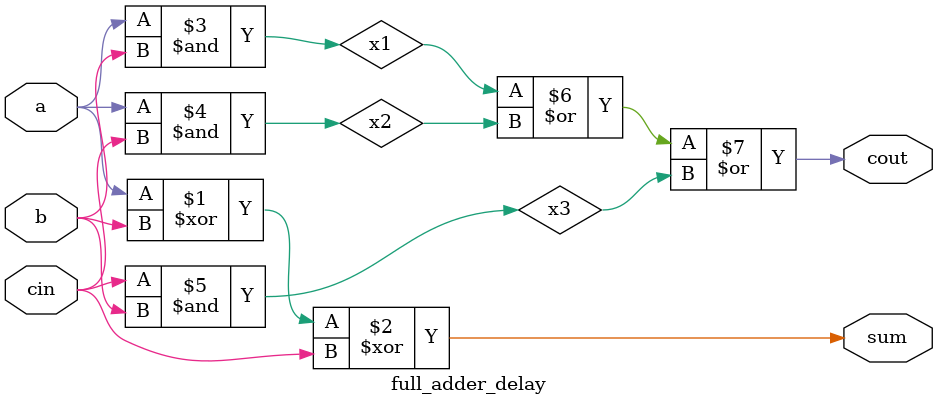
<source format=v>
`timescale 1ns / 1ps
module full_adder_delay(
	input a ,
	input b ,
	input cin ,
	output sum ,
	output cout
);
   wire x1,x2,x3;
	//xor 10s and/or 5s
	xor #10 (sum,a,b,cin);
	and #5
	 and1(x1,a,b),
    and2(x2,a,cin),
	 and3(x3,cin,b);
	or#5 or1(cout,x1,x2,x3);
endmodule
</source>
